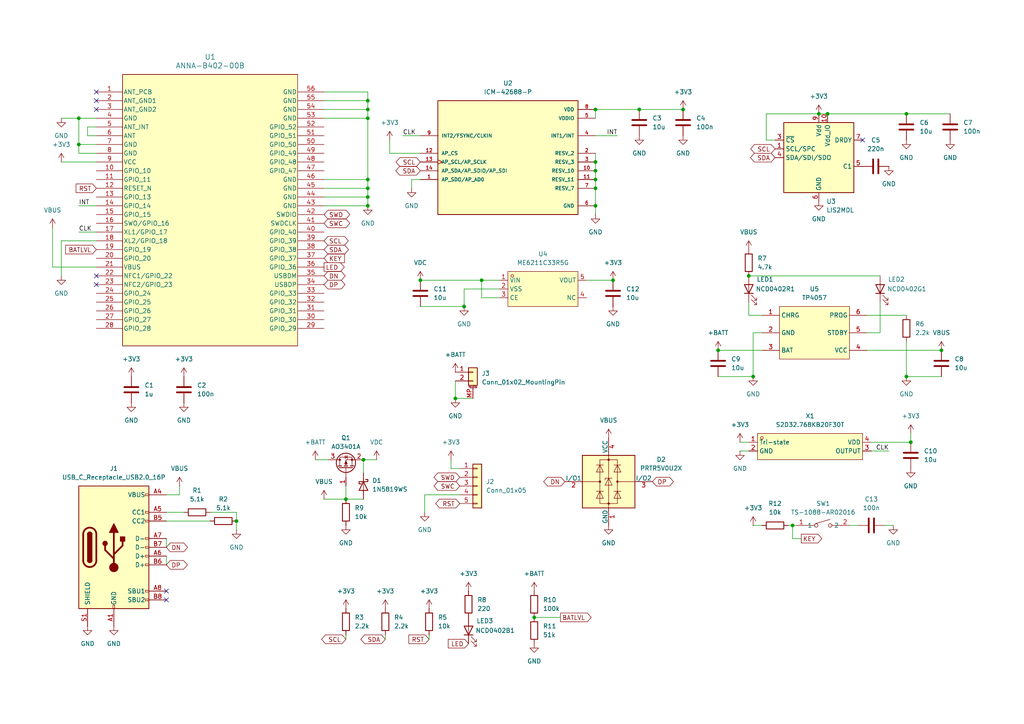
<source format=kicad_sch>
(kicad_sch (version 20231120) (generator "eeschema") (generator_version "8.0")
  (paper "A4")
  (lib_symbols
    (symbol "Connector:USB_C_Receptacle_USB2.0_16P" (pin_names (offset 1.016))
      (property "Reference" "J" (at 0 22.225 0))
      (property "Value" "USB_C_Receptacle_USB2.0_16P" (at 0 19.685 0))
      (symbol "USB_C_Receptacle_USB2.0_16P_1_1"
        (pin passive line (at 0 -22.86 90) (length 5.08) (name "GND") (number "A1"))
        (pin passive line (at 0 -22.86 90) (length 5.08) hide (name "GND") (number "A12"))
        (pin passive line (at 15.24 15.24 180) (length 5.08) (name "VBUS") (number "A4"))
        (pin bidirectional line (at 15.24 10.16 180) (length 5.08) (name "CC1") (number "A5"))
        (pin bidirectional line (at 15.24 -2.54 180) (length 5.08) (name "D+") (number "A6"))
        (pin bidirectional line (at 15.24 2.54 180) (length 5.08) (name "D-") (number "A7"))
        (pin bidirectional line (at 15.24 -12.7 180) (length 5.08) (name "SBU1") (number "A8"))
        (pin passive line (at 15.24 15.24 180) (length 5.08) hide (name "VBUS") (number "A9"))
        (pin passive line (at 0 -22.86 90) (length 5.08) hide (name "GND") (number "B1"))
        (pin passive line (at 0 -22.86 90) (length 5.08) hide (name "GND") (number "B12"))
        (pin passive line (at 15.24 15.24 180) (length 5.08) hide (name "VBUS") (number "B4"))
        (pin bidirectional line (at 15.24 7.62 180) (length 5.08) (name "CC2") (number "B5"))
        (pin bidirectional line (at 15.24 -5.08 180) (length 5.08) (name "D+") (number "B6"))
        (pin bidirectional line (at 15.24 0 180) (length 5.08) (name "D-") (number "B7"))
        (pin bidirectional line (at 15.24 -15.24 180) (length 5.08) (name "SBU2") (number "B8"))
        (pin passive line (at 15.24 15.24 180) (length 5.08) hide (name "VBUS") (number "B9"))
        (pin passive line (at -7.62 -22.86 90) (length 5.08) (name "SHIELD") (number "S1"))
      )
    )
    (symbol "Connector_Generic:Conn_01x05" (pin_names (offset 1.016) hide)
      (property "Reference" "J" (at 0 7.62 0))
      (property "Value" "Conn_01x05" (at 0 -7.62 0))
      (symbol "Conn_01x05_1_1"
        (pin passive line (at -5.08 5.08 0) (length 3.81) (name "Pin_1") (number "1"))
        (pin passive line (at -5.08 2.54 0) (length 3.81) (name "Pin_2") (number "2"))
        (pin passive line (at -5.08 0 0) (length 3.81) (name "Pin_3") (number "3"))
        (pin passive line (at -5.08 -2.54 0) (length 3.81) (name "Pin_4") (number "4"))
        (pin passive line (at -5.08 -5.08 0) (length 3.81) (name "Pin_5") (number "5"))
      )
    )
    (symbol "Connector_Generic_MountingPin:Conn_01x02_MountingPin" (pin_names (offset 1.016) hide)
      (property "Reference" "J" (at 0 2.54 0))
      (property "Value" "Conn_01x02_MountingPin" (at 1.27 -5.08 0))
      (symbol "Conn_01x02_MountingPin_1_1"
        (text "Mounting" (at 0 -4.191 0) (effects (font (size 0.381 0.381))))
        (pin passive line (at -5.08 0 0) (length 3.81) (name "Pin_1") (number "1"))
        (pin passive line (at -5.08 -2.54 0) (length 3.81) (name "Pin_2") (number "2"))
        (pin passive line (at 0 -7.62 90) (length 3.048) (name "MountPin") (number "MP"))
      )
    )
    (symbol "Device:C" (pin_numbers hide) (pin_names (offset 0.254))
      (property "Reference" "C" (at 0.635 2.54 0))
      (property "Value" "C" (at 0.635 -2.54 0))
      (symbol "C_1_1"
        (pin passive line (at 0 3.81 270) (length 2.794) (name "~") (number "1"))
        (pin passive line (at 0 -3.81 90) (length 2.794) (name "~") (number "2"))
      )
    )
    (symbol "Device:LED" (pin_numbers hide) (pin_names (offset 1.016) hide)
      (property "Reference" "D" (at 0 2.54 0))
      (property "Value" "LED" (at 0 -2.54 0))
      (symbol "LED_1_1"
        (pin passive line (at -3.81 0 0) (length 2.54) (name "K") (number "1"))
        (pin passive line (at 3.81 0 180) (length 2.54) (name "A") (number "2"))
      )
    )
    (symbol "Device:R" (pin_numbers hide) (pin_names (offset 0))
      (property "Reference" "R" (at 2.032 0 90))
      (property "Value" "R" (at 0 0 90))
      (symbol "R_1_1"
        (pin passive line (at 0 3.81 270) (length 1.27) (name "~") (number "1"))
        (pin passive line (at 0 -3.81 90) (length 1.27) (name "~") (number "2"))
      )
    )
    (symbol "Diode:1N5819WS" (pin_numbers hide) (pin_names (offset 1.016) hide)
      (property "Reference" "D" (at 0 2.54 0))
      (property "Value" "1N5819WS" (at 0 -2.54 0))
      (symbol "1N5819WS_1_1"
        (pin passive line (at -3.81 0 0) (length 2.54) (name "K") (number "1"))
        (pin passive line (at 3.81 0 180) (length 2.54) (name "A") (number "2"))
      )
    )
    (symbol "ICM-42688-P:ICM-42688-P" (pin_names (offset 1.016))
      (property "Reference" "U" (at -20.32 16.002 0))
      (property "Value" "ICM-42688-P" (at -20.32 -20.32 0))
      (symbol "ICM-42688-P_0_0"
        (pin bidirectional line (at -25.4 -7.62 0) (length 5.08) (name "AP_SDO/AP_AD0") (number "1"))
        (pin passive line (at 25.4 -5.08 180) (length 5.08) (name "RESV_10") (number "10"))
        (pin passive line (at 25.4 -7.62 180) (length 5.08) (name "RESV_11") (number "11"))
        (pin input line (at -25.4 0 0) (length 5.08) (name "AP_CS") (number "12"))
        (pin input clock (at -25.4 -2.54 0) (length 5.08) (name "AP_SCL/AP_SCLK") (number "13"))
        (pin bidirectional line (at -25.4 -5.08 0) (length 5.08) (name "AP_SDA/AP_SDIO/AP_SDI") (number "14"))
        (pin passive line (at 25.4 0 180) (length 5.08) (name "RESV_2") (number "2"))
        (pin passive line (at 25.4 -2.54 180) (length 5.08) (name "RESV_3") (number "3"))
        (pin output line (at 25.4 5.08 180) (length 5.08) (name "INT1/INT") (number "4"))
        (pin power_in line (at 25.4 10.16 180) (length 5.08) (name "VDDIO") (number "5"))
        (pin power_in line (at 25.4 -15.24 180) (length 5.08) (name "GND") (number "6"))
        (pin passive line (at 25.4 -10.16 180) (length 5.08) (name "RESV_7") (number "7"))
        (pin power_in line (at 25.4 12.7 180) (length 5.08) (name "VDD") (number "8"))
        (pin bidirectional line (at -25.4 5.08 0) (length 5.08) (name "INT2/FSYNC/CLKIN") (number "9"))
      )
    )
    (symbol "Power_Protection:PRTR5V0U2X" (pin_names (offset 0))
      (property "Reference" "D" (at 2.794 8.636 0))
      (property "Value" "PRTR5V0U2X" (at 8.128 -9.398 0))
      (symbol "PRTR5V0U2X_1_1"
        (pin passive line (at 0 -12.7 90) (length 5.08) (name "GND") (number "1"))
        (pin passive line (at -12.7 0 0) (length 5.08) (name "I/O1") (number "2"))
        (pin passive line (at 12.7 0 180) (length 5.08) (name "I/O2") (number "3"))
        (pin passive line (at 0 12.7 270) (length 5.08) (name "VCC") (number "4"))
      )
    )
    (symbol "Sensor_Magnetic:LIS2MDL"
      (property "Reference" "U" (at -8.89 11.43 0))
      (property "Value" "LIS2MDL" (at 7.62 11.43 0))
      (symbol "LIS2MDL_1_1"
        (pin input line (at -12.7 2.54 0) (length 2.54) (name "SCL/SPC") (number "1"))
        (pin power_in line (at 2.54 12.7 270) (length 2.54) (name "Vdd_IO") (number "10"))
        (pin no_connect line (at -10.16 -7.62 0) (length 2.54) hide (name "NC") (number "11"))
        (pin no_connect line (at 10.16 -7.62 180) (length 2.54) hide (name "NC") (number "12"))
        (pin no_connect line (at -10.16 -5.08 0) (length 2.54) hide (name "NC") (number "2"))
        (pin input line (at -12.7 5.08 0) (length 2.54) (name "~{CS}") (number "3"))
        (pin bidirectional line (at -12.7 0 0) (length 2.54) (name "SDA/SDI/SDO") (number "4"))
        (pin power_out line (at 12.7 -2.54 180) (length 2.54) (name "C1") (number "5"))
        (pin power_in line (at 0 -12.7 90) (length 2.54) (name "GND") (number "6"))
        (pin output line (at 12.7 5.08 180) (length 2.54) (name "DRDY") (number "7"))
        (pin passive line (at 0 -12.7 90) (length 2.54) hide (name "GND") (number "8"))
        (pin power_in line (at 0 12.7 270) (length 2.54) (name "Vdd") (number "9"))
      )
    )
    (symbol "Transistor_FET:AO3401A" (pin_names hide)
      (property "Reference" "Q" (at 5.08 1.905 0))
      (property "Value" "AO3401A" (at 5.08 0 0))
      (symbol "AO3401A_1_1"
        (pin input line (at -5.08 0 0) (length 2.54) (name "G") (number "1"))
        (pin passive line (at 2.54 -5.08 90) (length 2.54) (name "S") (number "2"))
        (pin passive line (at 2.54 5.08 270) (length 2.54) (name "D") (number "3"))
      )
    )
    (symbol "b402:ANNA-B402-00B" (pin_names (offset 0.254))
      (property "Reference" "U1" (at 33.02 10.16 0))
      (property "Value" "ANNA-B402-00B" (at 33.02 7.62 0))
      (symbol "ANNA-B402-00B_0_1"
        (pin unspecified line (at 0 0 0) (length 7.62) (name "ANT_PCB") (number "1"))
        (pin bidirectional line (at 0 -22.86 0) (length 7.62) (name "GPIO_10") (number "10"))
        (pin bidirectional line (at 0 -25.4 0) (length 7.62) (name "GPIO_11") (number "11"))
        (pin input line (at 0 -27.94 0) (length 7.62) (name "RESET_N") (number "12"))
        (pin bidirectional line (at 0 -30.48 0) (length 7.62) (name "GPIO_13") (number "13"))
        (pin bidirectional line (at 0 -33.02 0) (length 7.62) (name "GPIO_14") (number "14"))
        (pin bidirectional line (at 0 -35.56 0) (length 7.62) (name "GPIO_15") (number "15"))
        (pin bidirectional line (at 0 -38.1 0) (length 7.62) (name "SWO/GPIO_16") (number "16"))
        (pin bidirectional line (at 0 -40.64 0) (length 7.62) (name "XL1/GPIO_17") (number "17"))
        (pin bidirectional line (at 0 -43.18 0) (length 7.62) (name "XL2/GPIO_18") (number "18"))
        (pin bidirectional line (at 0 -45.72 0) (length 7.62) (name "GPIO_19") (number "19"))
        (pin power_out line (at 0 -2.54 0) (length 7.62) (name "ANT_GND1") (number "2"))
        (pin bidirectional line (at 0 -48.26 0) (length 7.62) (name "GPIO_20") (number "20"))
        (pin power_in line (at 0 -50.8 0) (length 7.62) (name "VBUS") (number "21"))
        (pin bidirectional line (at 0 -53.34 0) (length 7.62) (name "NFC1/GPIO_22") (number "22"))
        (pin bidirectional line (at 0 -55.88 0) (length 7.62) (name "NFC2/GPIO_23") (number "23"))
        (pin bidirectional line (at 0 -58.42 0) (length 7.62) (name "GPIO_24") (number "24"))
        (pin bidirectional line (at 0 -60.96 0) (length 7.62) (name "GPIO_25") (number "25"))
        (pin bidirectional line (at 0 -63.5 0) (length 7.62) (name "GPIO_26") (number "26"))
        (pin bidirectional line (at 0 -66.04 0) (length 7.62) (name "GPIO_27") (number "27"))
        (pin bidirectional line (at 0 -68.58 0) (length 7.62) (name "GPIO_28") (number "28"))
        (pin bidirectional line (at 66.04 -68.58 180) (length 7.62) (name "GPIO_29") (number "29"))
        (pin power_out line (at 0 -5.08 0) (length 7.62) (name "ANT_GND2") (number "3"))
        (pin bidirectional line (at 66.04 -66.04 180) (length 7.62) (name "GPIO_30") (number "30"))
        (pin bidirectional line (at 66.04 -63.5 180) (length 7.62) (name "GPIO_31") (number "31"))
        (pin bidirectional line (at 66.04 -60.96 180) (length 7.62) (name "GPIO_32") (number "32"))
        (pin bidirectional line (at 66.04 -58.42 180) (length 7.62) (name "GPIO_33") (number "33"))
        (pin bidirectional line (at 66.04 -55.88 180) (length 7.62) (name "USBDP") (number "34"))
        (pin bidirectional line (at 66.04 -53.34 180) (length 7.62) (name "USBDM") (number "35"))
        (pin bidirectional line (at 66.04 -50.8 180) (length 7.62) (name "GPIO_36") (number "36"))
        (pin bidirectional line (at 66.04 -48.26 180) (length 7.62) (name "GPIO_37") (number "37"))
        (pin bidirectional line (at 66.04 -45.72 180) (length 7.62) (name "GPIO_38") (number "38"))
        (pin bidirectional line (at 66.04 -43.18 180) (length 7.62) (name "GPIO_39") (number "39"))
        (pin power_out line (at 0 -7.62 0) (length 7.62) (name "GND") (number "4"))
        (pin bidirectional line (at 66.04 -40.64 180) (length 7.62) (name "GPIO_40") (number "40"))
        (pin input line (at 66.04 -38.1 180) (length 7.62) (name "SWDCLK") (number "41"))
        (pin bidirectional line (at 66.04 -35.56 180) (length 7.62) (name "SWDIO") (number "42"))
        (pin power_out line (at 66.04 -33.02 180) (length 7.62) (name "GND") (number "43"))
        (pin power_out line (at 66.04 -30.48 180) (length 7.62) (name "GND") (number "44"))
        (pin power_out line (at 66.04 -27.94 180) (length 7.62) (name "GND") (number "45"))
        (pin power_out line (at 66.04 -25.4 180) (length 7.62) (name "GND") (number "46"))
        (pin bidirectional line (at 66.04 -22.86 180) (length 7.62) (name "GPIO_47") (number "47"))
        (pin bidirectional line (at 66.04 -20.32 180) (length 7.62) (name "GPIO_48") (number "48"))
        (pin bidirectional line (at 66.04 -17.78 180) (length 7.62) (name "GPIO_49") (number "49"))
        (pin unspecified line (at 0 -10.16 0) (length 7.62) (name "ANT_INT") (number "5"))
        (pin bidirectional line (at 66.04 -15.24 180) (length 7.62) (name "GPIO_50") (number "50"))
        (pin bidirectional line (at 66.04 -12.7 180) (length 7.62) (name "GPIO_51") (number "51"))
        (pin bidirectional line (at 66.04 -10.16 180) (length 7.62) (name "GPIO_52") (number "52"))
        (pin power_out line (at 66.04 -7.62 180) (length 7.62) (name "GND") (number "53"))
        (pin power_out line (at 66.04 -5.08 180) (length 7.62) (name "GND") (number "54"))
        (pin power_out line (at 66.04 -2.54 180) (length 7.62) (name "GND") (number "55"))
        (pin power_out line (at 66.04 0 180) (length 7.62) (name "GND") (number "56"))
        (pin unspecified line (at 0 -12.7 0) (length 7.62) (name "ANT") (number "6"))
        (pin power_out line (at 0 -15.24 0) (length 7.62) (name "GND") (number "7"))
        (pin power_out line (at 0 -17.78 0) (length 7.62) (name "GND") (number "8"))
        (pin power_in line (at 0 -20.32 0) (length 7.62) (name "VCC") (number "9"))
      )
    )
    (symbol "nrfslime:ME6211C33R5G"
      (property "Reference" "U" (at 0 7.62 0))
      (property "Value" "ME6211C33R5G" (at 0 -7.62 0))
      (symbol "ME6211C33R5G_0_1"
        (pin unspecified line (at -2.54 2.54 0) (length 2.54) (name "VIN") (number "1"))
        (pin unspecified line (at -2.54 0 0) (length 2.54) (name "VSS") (number "2"))
        (pin unspecified line (at -2.54 -2.54 0) (length 2.54) (name "CE") (number "3"))
        (pin unspecified line (at 22.86 -2.54 180) (length 2.54) (name "NC") (number "4"))
        (pin unspecified line (at 22.86 2.54 180) (length 2.54) (name "VOUT") (number "5"))
      )
    )
    (symbol "nrfslime:S2D32.768KB20F30T"
      (property "Reference" "X" (at 0 6.35 0))
      (property "Value" "S2D32.768KB20F30T" (at 0 -6.35 0))
      (symbol "S2D32.768KB20F30T_0_1"
        (pin unspecified line (at -17.78 1.27 0) (length 2.54) (name "Tri-state") (number "1"))
        (pin unspecified line (at -17.78 -1.27 0) (length 2.54) (name "GND") (number "2"))
        (pin unspecified line (at 17.78 -1.27 180) (length 2.54) (name "OUTPUT") (number "3"))
        (pin unspecified line (at 17.78 1.27 180) (length 2.54) (name "VDD") (number "4"))
      )
    )
    (symbol "nrfslime:TP4057"
      (property "Reference" "U" (at 0 10.16 0))
      (property "Value" "TP4057" (at 0 -10.16 0))
      (symbol "TP4057_0_1"
        (pin unspecified line (at -15.24 5.08 0) (length 5.08) (name "CHRG") (number "1"))
        (pin unspecified line (at -15.24 0 0) (length 5.08) (name "GND") (number "2"))
        (pin unspecified line (at -15.24 -5.08 0) (length 5.08) (name "BAT") (number "3"))
        (pin unspecified line (at 15.24 -5.08 180) (length 5.08) (name "VCC") (number "4"))
        (pin unspecified line (at 15.24 0 180) (length 5.08) (name "STDBY") (number "5"))
        (pin unspecified line (at 15.24 5.08 180) (length 5.08) (name "PROG") (number "6"))
      )
    )
    (symbol "nrfslime:TS-1088-AR02016"
      (property "Reference" "SW" (at 0 5.08 0))
      (property "Value" "TS-1088-AR02016" (at 0 -5.08 0))
      (symbol "TS-1088-AR02016_0_1"
        (pin unspecified line (at -7.62 0 0) (length 2.54) (name "1") (number "1"))
        (pin unspecified line (at 7.62 0 180) (length 2.54) (name "2") (number "2"))
      )
    )
    (symbol "power:+3V3" (power) (pin_numbers hide) (pin_names (offset 0) hide)
      (property "Value" "+3V3" (at 0 3.556 0))
      (symbol "+3V3_1_1"
        (pin power_in line (at 0 0 90) (length 0) (name "~") (number "1"))
      )
    )
    (symbol "power:+BATT" (power) (pin_numbers hide) (pin_names (offset 0) hide)
      (property "Value" "+BATT" (at 0 3.556 0))
      (symbol "+BATT_1_1"
        (pin power_in line (at 0 0 90) (length 0) (name "~") (number "1"))
      )
    )
    (symbol "power:GND" (power) (pin_numbers hide) (pin_names (offset 0) hide)
      (property "Value" "GND" (at 0 -3.81 0))
      (symbol "GND_1_1"
        (pin power_in line (at 0 0 270) (length 0) (name "~") (number "1"))
      )
    )
    (symbol "power:VBUS" (power) (pin_numbers hide) (pin_names (offset 0) hide)
      (property "Value" "VBUS" (at 0 3.556 0))
      (symbol "VBUS_1_1"
        (pin power_in line (at 0 0 90) (length 0) (name "~") (number "1"))
      )
    )
    (symbol "power:VDC" (power) (pin_numbers hide) (pin_names (offset 0) hide)
      (property "Value" "VDC" (at 0 3.556 0))
      (symbol "VDC_1_1"
        (pin power_in line (at 0 0 90) (length 0) (name "~") (number "1"))
      )
    )
  )
  (junction (at 105.41 133.35))
  (junction (at 237.49 33.02))
  (junction (at 218.44 109.22))
  (junction (at 208.28 101.6))
  (junction (at 177.8 81.28))
  (junction (at 106.68 31.75))
  (junction (at 106.68 34.29))
  (junction (at 262.89 109.22))
  (junction (at 172.72 59.69))
  (junction (at 240.03 33.02))
  (junction (at 172.72 31.75))
  (junction (at 273.05 101.6))
  (junction (at 121.92 81.28))
  (junction (at 185.42 31.75))
  (junction (at 262.89 33.02))
  (junction (at 217.17 80.01))
  (junction (at 172.72 49.53))
  (junction (at 106.68 54.61))
  (junction (at 134.62 88.9))
  (junction (at 172.72 46.99))
  (junction (at 22.86 34.29))
  (junction (at 106.68 59.69))
  (junction (at 68.58 151.13))
  (junction (at 229.87 152.4))
  (junction (at 139.7 81.28))
  (junction (at 100.33 144.78))
  (junction (at 106.68 29.21))
  (junction (at 132.08 115.57))
  (junction (at 106.68 52.07))
  (junction (at 106.68 57.15))
  (junction (at 154.94 179.07))
  (junction (at 198.12 31.75))
  (junction (at 22.86 41.91))
  (junction (at 172.72 54.61))
  (junction (at 264.16 128.27))
  (junction (at 172.72 52.07))
  (no_connect (at 48.26 173.99))
  (no_connect (at 27.94 31.75))
  (no_connect (at 27.94 29.21))
  (no_connect (at 250.19 40.64))
  (no_connect (at 48.26 171.45))
  (no_connect (at 27.94 26.67))
  (no_connect (at 27.94 80.01))
  (no_connect (at 27.94 82.55))
  (wire (pts (xy 116.84 39.37) (xy 121.92 39.37)))
  (wire (pts (xy 154.94 179.07) (xy 162.56 179.07)))
  (wire (pts (xy 139.7 86.36) (xy 144.78 86.36)))
  (wire (pts (xy 217.17 80.01) (xy 255.27 80.01)))
  (wire (pts (xy 144.78 83.82) (xy 134.62 83.82)))
  (wire (pts (xy 119.38 52.07) (xy 119.38 54.61)))
  (wire (pts (xy 217.17 91.44) (xy 220.98 91.44)))
  (wire (pts (xy 170.18 81.28) (xy 177.8 81.28)))
  (wire (pts (xy 172.72 44.45) (xy 172.72 46.99)))
  (wire (pts (xy 222.25 33.02) (xy 222.25 40.64)))
  (wire (pts (xy 217.17 87.63) (xy 217.17 91.44)))
  (wire (pts (xy 25.4 36.83) (xy 27.94 36.83)))
  (wire (pts (xy 25.4 39.37) (xy 25.4 36.83)))
  (wire (pts (xy 208.28 101.6) (xy 220.98 101.6)))
  (wire (pts (xy 172.72 31.75) (xy 185.42 31.75)))
  (wire (pts (xy 134.62 83.82) (xy 134.62 88.9)))
  (wire (pts (xy 60.96 148.59) (xy 68.58 148.59)))
  (wire (pts (xy 229.87 156.21) (xy 232.41 156.21)))
  (wire (pts (xy 240.03 33.02) (xy 262.89 33.02)))
  (wire (pts (xy 93.98 59.69) (xy 106.68 59.69)))
  (wire (pts (xy 15.24 66.04) (xy 15.24 77.47)))
  (wire (pts (xy 139.7 81.28) (xy 144.78 81.28)))
  (wire (pts (xy 91.44 133.35) (xy 95.25 133.35)))
  (wire (pts (xy 172.72 54.61) (xy 172.72 59.69)))
  (wire (pts (xy 237.49 33.02) (xy 240.03 33.02)))
  (wire (pts (xy 229.87 152.4) (xy 229.87 156.21)))
  (wire (pts (xy 132.08 115.57) (xy 137.16 115.57)))
  (wire (pts (xy 106.68 57.15) (xy 93.98 57.15)))
  (wire (pts (xy 27.94 39.37) (xy 25.4 39.37)))
  (wire (pts (xy 121.92 52.07) (xy 119.38 52.07)))
  (wire (pts (xy 106.68 31.75) (xy 106.68 34.29)))
  (wire (pts (xy 134.62 88.9) (xy 121.92 88.9)))
  (wire (pts (xy 106.68 54.61) (xy 106.68 57.15)))
  (wire (pts (xy 172.72 34.29) (xy 172.72 31.75)))
  (wire (pts (xy 218.44 96.52) (xy 220.98 96.52)))
  (wire (pts (xy 262.89 109.22) (xy 273.05 109.22)))
  (wire (pts (xy 27.94 44.45) (xy 22.86 44.45)))
  (wire (pts (xy 106.68 29.21) (xy 106.68 31.75)))
  (wire (pts (xy 214.63 128.27) (xy 217.17 128.27)))
  (wire (pts (xy 17.78 69.85) (xy 17.78 80.01)))
  (wire (pts (xy 172.72 46.99) (xy 172.72 49.53)))
  (wire (pts (xy 52.07 143.51) (xy 48.26 143.51)))
  (wire (pts (xy 228.6 152.4) (xy 229.87 152.4)))
  (wire (pts (xy 123.19 148.59) (xy 123.19 143.51)))
  (wire (pts (xy 111.76 184.15) (xy 111.76 185.42)))
  (wire (pts (xy 237.49 33.02) (xy 222.25 33.02)))
  (wire (pts (xy 106.68 59.69) (xy 106.68 57.15)))
  (wire (pts (xy 256.54 152.4) (xy 259.08 152.4)))
  (wire (pts (xy 252.73 130.81) (xy 257.81 130.81)))
  (wire (pts (xy 262.89 91.44) (xy 251.46 91.44)))
  (wire (pts (xy 105.41 133.35) (xy 105.41 137.16)))
  (wire (pts (xy 133.35 135.89) (xy 130.81 135.89)))
  (wire (pts (xy 100.33 144.78) (xy 93.98 144.78)))
  (wire (pts (xy 262.89 109.22) (xy 262.89 99.06)))
  (wire (pts (xy 48.26 148.59) (xy 53.34 148.59)))
  (wire (pts (xy 68.58 151.13) (xy 68.58 153.67)))
  (wire (pts (xy 123.19 143.51) (xy 133.35 143.51)))
  (wire (pts (xy 132.08 110.49) (xy 132.08 115.57)))
  (wire (pts (xy 113.03 44.45) (xy 121.92 44.45)))
  (wire (pts (xy 185.42 31.75) (xy 198.12 31.75)))
  (wire (pts (xy 22.86 67.31) (xy 27.94 67.31)))
  (wire (pts (xy 218.44 152.4) (xy 220.98 152.4)))
  (wire (pts (xy 113.03 40.64) (xy 113.03 44.45)))
  (wire (pts (xy 48.26 161.29) (xy 48.26 163.83)))
  (wire (pts (xy 222.25 40.64) (xy 224.79 40.64)))
  (wire (pts (xy 52.07 140.97) (xy 52.07 143.51)))
  (wire (pts (xy 172.72 59.69) (xy 172.72 62.23)))
  (wire (pts (xy 255.27 96.52) (xy 251.46 96.52)))
  (wire (pts (xy 93.98 29.21) (xy 106.68 29.21)))
  (wire (pts (xy 106.68 34.29) (xy 106.68 52.07)))
  (wire (pts (xy 255.27 87.63) (xy 255.27 96.52)))
  (wire (pts (xy 105.41 133.35) (xy 109.22 133.35)))
  (wire (pts (xy 22.86 59.69) (xy 27.94 59.69)))
  (wire (pts (xy 218.44 109.22) (xy 218.44 96.52)))
  (wire (pts (xy 208.28 109.22) (xy 218.44 109.22)))
  (wire (pts (xy 17.78 34.29) (xy 22.86 34.29)))
  (wire (pts (xy 93.98 52.07) (xy 106.68 52.07)))
  (wire (pts (xy 48.26 151.13) (xy 60.96 151.13)))
  (wire (pts (xy 130.81 133.35) (xy 130.81 135.89)))
  (wire (pts (xy 121.92 81.28) (xy 139.7 81.28)))
  (wire (pts (xy 93.98 31.75) (xy 106.68 31.75)))
  (wire (pts (xy 22.86 34.29) (xy 22.86 41.91)))
  (wire (pts (xy 68.58 148.59) (xy 68.58 151.13)))
  (wire (pts (xy 93.98 34.29) (xy 106.68 34.29)))
  (wire (pts (xy 93.98 26.67) (xy 106.68 26.67)))
  (wire (pts (xy 106.68 26.67) (xy 106.68 29.21)))
  (wire (pts (xy 93.98 54.61) (xy 106.68 54.61)))
  (wire (pts (xy 48.26 156.21) (xy 48.26 158.75)))
  (wire (pts (xy 229.87 152.4) (xy 231.14 152.4)))
  (wire (pts (xy 15.24 77.47) (xy 27.94 77.47)))
  (wire (pts (xy 172.72 52.07) (xy 172.72 54.61)))
  (wire (pts (xy 139.7 81.28) (xy 139.7 86.36)))
  (wire (pts (xy 251.46 101.6) (xy 273.05 101.6)))
  (wire (pts (xy 27.94 69.85) (xy 17.78 69.85)))
  (wire (pts (xy 27.94 34.29) (xy 22.86 34.29)))
  (wire (pts (xy 264.16 125.73) (xy 264.16 128.27)))
  (wire (pts (xy 262.89 33.02) (xy 275.59 33.02)))
  (wire (pts (xy 214.63 130.81) (xy 217.17 130.81)))
  (wire (pts (xy 124.46 184.15) (xy 124.46 185.42)))
  (wire (pts (xy 22.86 41.91) (xy 27.94 41.91)))
  (wire (pts (xy 17.78 46.99) (xy 27.94 46.99)))
  (wire (pts (xy 100.33 144.78) (xy 105.41 144.78)))
  (wire (pts (xy 246.38 152.4) (xy 248.92 152.4)))
  (wire (pts (xy 100.33 184.15) (xy 100.33 185.42)))
  (wire (pts (xy 172.72 49.53) (xy 172.72 52.07)))
  (wire (pts (xy 179.07 39.37) (xy 172.72 39.37)))
  (wire (pts (xy 100.33 140.97) (xy 100.33 144.78)))
  (wire (pts (xy 252.73 128.27) (xy 264.16 128.27)))
  (wire (pts (xy 106.68 52.07) (xy 106.68 54.61)))
  (wire (pts (xy 22.86 44.45) (xy 22.86 41.91)))
  (label "INT" (at 22.86 59.69 0))
  (label "CLK" (at 116.84 39.37 0))
  (label "INT" (at 179.07 39.37 180))
  (label "CLK" (at 22.86 67.31 0))
  (label "CLK" (at 257.81 130.81 180))
  (global_label "BATLVL" (shape input) (at 27.94 72.39 180) (property "Intersheetrefs" "${INTERSHEET_REFS}" (effects (hide yes))))
  (global_label "DP" (shape bidirectional) (at 93.98 82.55 0) (property "Intersheetrefs" "${INTERSHEET_REFS}" (effects (hide yes))))
  (global_label "RST" (shape input) (at 124.46 185.42 180) (property "Intersheetrefs" "${INTERSHEET_REFS}" (effects (hide yes))))
  (global_label "RST" (shape bidirectional) (at 133.35 146.05 180) (property "Intersheetrefs" "${INTERSHEET_REFS}" (effects (hide yes))))
  (global_label "SCL" (shape bidirectional) (at 121.92 46.99 180) (property "Intersheetrefs" "${INTERSHEET_REFS}" (effects (hide yes))))
  (global_label "SWD" (shape bidirectional) (at 133.35 138.43 180) (property "Intersheetrefs" "${INTERSHEET_REFS}" (effects (hide yes))))
  (global_label "LED" (shape input) (at 135.89 186.69 180) (property "Intersheetrefs" "${INTERSHEET_REFS}" (effects (hide yes))))
  (global_label "DN" (shape bidirectional) (at 163.83 139.7 180) (property "Intersheetrefs" "${INTERSHEET_REFS}" (effects (hide yes))))
  (global_label "SDA" (shape bidirectional) (at 121.92 49.53 180) (property "Intersheetrefs" "${INTERSHEET_REFS}" (effects (hide yes))))
  (global_label "SCL" (shape bidirectional) (at 100.33 185.42 180) (property "Intersheetrefs" "${INTERSHEET_REFS}" (effects (hide yes))))
  (global_label "SCL" (shape bidirectional) (at 93.98 69.85 0) (property "Intersheetrefs" "${INTERSHEET_REFS}" (effects (hide yes))))
  (global_label "LED" (shape output) (at 93.98 77.47 0) (property "Intersheetrefs" "${INTERSHEET_REFS}" (effects (hide yes))))
  (global_label "DN" (shape bidirectional) (at 48.26 158.75 0) (property "Intersheetrefs" "${INTERSHEET_REFS}" (effects (hide yes))))
  (global_label "SWC" (shape bidirectional) (at 93.98 64.77 0) (property "Intersheetrefs" "${INTERSHEET_REFS}" (effects (hide yes))))
  (global_label "DN" (shape bidirectional) (at 93.98 80.01 0) (property "Intersheetrefs" "${INTERSHEET_REFS}" (effects (hide yes))))
  (global_label "SDA" (shape bidirectional) (at 111.76 185.42 180) (property "Intersheetrefs" "${INTERSHEET_REFS}" (effects (hide yes))))
  (global_label "KEY" (shape output) (at 232.41 156.21 0) (property "Intersheetrefs" "${INTERSHEET_REFS}" (effects (hide yes))))
  (global_label "BATLVL" (shape output) (at 162.56 179.07 0) (property "Intersheetrefs" "${INTERSHEET_REFS}" (effects (hide yes))))
  (global_label "SDA" (shape bidirectional) (at 93.98 72.39 0) (property "Intersheetrefs" "${INTERSHEET_REFS}" (effects (hide yes))))
  (global_label "SCL" (shape bidirectional) (at 224.79 43.18 180) (property "Intersheetrefs" "${INTERSHEET_REFS}" (effects (hide yes))))
  (global_label "KEY" (shape input) (at 93.98 74.93 0) (property "Intersheetrefs" "${INTERSHEET_REFS}" (effects (hide yes))))
  (global_label "DP" (shape bidirectional) (at 189.23 139.7 0) (property "Intersheetrefs" "${INTERSHEET_REFS}" (effects (hide yes))))
  (global_label "RST" (shape input) (at 27.94 54.61 180) (property "Intersheetrefs" "${INTERSHEET_REFS}" (effects (hide yes))))
  (global_label "DP" (shape bidirectional) (at 48.26 163.83 0) (property "Intersheetrefs" "${INTERSHEET_REFS}" (effects (hide yes))))
  (global_label "SDA" (shape bidirectional) (at 224.79 45.72 180) (property "Intersheetrefs" "${INTERSHEET_REFS}" (effects (hide yes))))
  (global_label "SWC" (shape bidirectional) (at 133.35 140.97 180) (property "Intersheetrefs" "${INTERSHEET_REFS}" (effects (hide yes))))
  (global_label "SWD" (shape bidirectional) (at 93.98 62.23 0) (property "Intersheetrefs" "${INTERSHEET_REFS}" (effects (hide yes))))
  (symbol (lib_id "power:GND") (at 262.89 109.22 0) (unit 1)
    (property "Reference" "#PWR016" (effects (hide yes)))
    (property "Value" "GND" (at 262.89 114.3 0))
    (property "Description" "Power symbol creates a global label with name \"GND\" , ground" (effects (hide yes)))
  )
  (symbol (lib_id "power:+3V3") (at 111.76 176.53 0) (unit 1)
    (property "Reference" "#PWR09" (effects (hide yes)))
    (property "Value" "+3V3" (at 111.76 171.45 0))
    (property "Description" "Power symbol creates a global label with name \"+3V3\"" (effects (hide yes)))
  )
  (symbol (lib_id "power:GND") (at 237.49 58.42 0) (unit 1)
    (property "Reference" "#PWR041" (effects (hide yes)))
    (property "Value" "GND" (at 237.49 63.5 0))
    (property "Description" "Power symbol creates a global label with name \"GND\" , ground" (effects (hide yes)))
  )
  (symbol (lib_id "power:+3V3") (at 237.49 33.02 0) (unit 1)
    (property "Reference" "#PWR043" (effects (hide yes)))
    (property "Value" "+3V3" (at 237.49 27.94 0))
    (property "Description" "Power symbol creates a global label with name \"+3V3\"" (effects (hide yes)))
  )
  (symbol (lib_id "Device:C") (at 185.42 35.56 0) (unit 1)
    (property "Reference" "C3" (at 189.23 34.2899 0) (effects (justify left)))
    (property "Value" "10u" (at 189.23 36.8299 0) (effects (justify left)))
    (property "Footprint" "Capacitor_SMD:C_0402_1005Metric" (effects (hide yes)))
    (property "Description" "Unpolarized capacitor" (effects (hide yes)))
  )
  (symbol (lib_id "Device:LED") (at 217.17 83.82 90) (unit 1)
    (property "Reference" "LED1" (at 219.456 81.026 90) (effects (justify right)))
    (property "Value" "NCD0402R1" (at 219.202 83.82 90) (effects (justify right)))
    (property "Footprint" "LED_SMD:LED_0402_1005Metric" (effects (hide yes)))
    (property "Description" "Light emitting diode" (effects (hide yes)))
  )
  (symbol (lib_id "power:GND") (at 123.19 148.59 0) (unit 1)
    (property "Reference" "#PWR02" (effects (hide yes)))
    (property "Value" "GND" (at 123.19 153.67 0))
    (property "Description" "Power symbol creates a global label with name \"GND\" , ground" (effects (hide yes)))
  )
  (symbol (lib_id "power:+3V3") (at 53.34 109.22 0) (unit 1)
    (property "Reference" "#PWR032" (effects (hide yes)))
    (property "Value" "+3V3" (at 53.34 104.14 0))
    (property "Description" "Power symbol creates a global label with name \"+3V3\"" (effects (hide yes)))
  )
  (symbol (lib_id "power:GND") (at 177.8 88.9 0) (unit 1)
    (property "Reference" "#PWR020" (effects (hide yes)))
    (property "Value" "GND" (at 177.8 93.98 0))
    (property "Description" "Power symbol creates a global label with name \"GND\" , ground" (effects (hide yes)))
  )
  (symbol (lib_id "power:+3V3") (at 124.46 176.53 0) (unit 1)
    (property "Reference" "#PWR010" (effects (hide yes)))
    (property "Value" "+3V3" (at 124.46 171.45 0))
    (property "Description" "Power symbol creates a global label with name \"+3V3\"" (effects (hide yes)))
  )
  (symbol (lib_id "Device:C") (at 264.16 132.08 0) (unit 1)
    (property "Reference" "C10" (at 267.97 130.8099 0) (effects (justify left)))
    (property "Value" "10u" (at 267.97 133.3499 0) (effects (justify left)))
    (property "Footprint" "Capacitor_SMD:C_0402_1005Metric" (effects (hide yes)))
    (property "Description" "Unpolarized capacitor" (effects (hide yes)))
  )
  (symbol (lib_id "power:VBUS") (at 93.98 144.78 0) (unit 1)
    (property "Reference" "#PWR023" (effects (hide yes)))
    (property "Value" "VBUS" (at 93.98 139.7 0))
    (property "Description" "Power symbol creates a global label with name \"VBUS\"" (effects (hide yes)))
  )
  (symbol (lib_id "Device:R") (at 262.89 95.25 0) (unit 1)
    (property "Reference" "R6" (at 265.43 93.9799 0) (effects (justify left)))
    (property "Value" "2.2k" (at 265.43 96.5199 0) (effects (justify left)))
    (property "Footprint" "Resistor_SMD:R_0402_1005Metric" (effects (hide yes)))
    (property "Description" "Resistor" (effects (hide yes)))
  )
  (symbol (lib_id "power:+3V3") (at 218.44 152.4 0) (unit 1)
    (property "Reference" "#PWR048" (effects (hide yes)))
    (property "Value" "+3V3" (at 218.44 147.32 0))
    (property "Description" "Power symbol creates a global label with name \"+3V3\"" (effects (hide yes)))
  )
  (symbol (lib_id "Device:R") (at 217.17 76.2 0) (unit 1)
    (property "Reference" "R7" (at 219.71 74.9299 0) (effects (justify left)))
    (property "Value" "4.7k" (at 219.71 77.4699 0) (effects (justify left)))
    (property "Footprint" "Resistor_SMD:R_0402_1005Metric" (effects (hide yes)))
    (property "Description" "Resistor" (effects (hide yes)))
  )
  (symbol (lib_id "power:+3V3") (at 113.03 40.64 0) (unit 1)
    (property "Reference" "#PWR040" (effects (hide yes)))
    (property "Value" "+3V3" (at 113.03 35.56 0))
    (property "Description" "Power symbol creates a global label with name \"+3V3\"" (effects (hide yes)))
  )
  (symbol (lib_id "nrfslime:TP4057") (at 236.22 96.52 0) (unit 1)
    (property "Reference" "U5" (at 236.22 83.82 0))
    (property "Value" "TP4057" (at 236.22 86.36 0))
    (property "Footprint" "nrfslime:SOT-23-6_L2.9-W1.6-P0.95-LS2.8-BL" (effects (hide yes)))
    (property "Datasheet" "https://lcsc.com/product-detail/PMIC-Battery-Management_TP4057-1_C12044.html" (effects (hide yes)))
    (property "LCSC Part" "C12044" (effects (hide yes)))
  )
  (symbol (lib_id "Device:C") (at 254 48.26 90) (unit 1)
    (property "Reference" "C5" (at 254 40.64 90))
    (property "Value" "220n" (at 254 43.18 90))
    (property "Footprint" "Capacitor_SMD:C_0402_1005Metric" (effects (hide yes)))
    (property "Description" "Unpolarized capacitor" (effects (hide yes)))
  )
  (symbol (lib_id "Diode:1N5819WS") (at 105.41 140.97 270) (unit 1)
    (property "Reference" "D1" (at 107.95 139.3824 90) (effects (justify left)))
    (property "Value" "1N5819WS" (at 107.95 141.9224 90) (effects (justify left)))
    (property "Footprint" "Diode_SMD:D_SOD-323" (effects (hide yes)))
    (property "Datasheet" "https://datasheet.lcsc.com/lcsc/2204281430_Guangdong-Hottech-1N5819WS_C191023.pdf" (effects (hide yes)))
    (property "Description" "40V 600mV@1A 1A SOD-323 Schottky Barrier Diodes, SOD-323" (effects (hide yes)))
  )
  (symbol (lib_id "Device:C") (at 177.8 85.09 0) (unit 1)
    (property "Reference" "C12" (at 181.61 83.8199 0) (effects (justify left)))
    (property "Value" "10u" (at 181.61 86.3599 0) (effects (justify left)))
    (property "Footprint" "Capacitor_SMD:C_0402_1005Metric" (effects (hide yes)))
    (property "Description" "Unpolarized capacitor" (effects (hide yes)))
  )
  (symbol (lib_id "power:GND") (at 17.78 80.01 0) (unit 1)
    (property "Reference" "#PWR055" (effects (hide yes)))
    (property "Value" "GND" (at 17.78 85.09 0))
    (property "Description" "Power symbol creates a global label with name \"GND\" , ground" (effects (hide yes)))
  )
  (symbol (lib_id "Device:C") (at 262.89 36.83 0) (unit 1)
    (property "Reference" "C6" (at 266.7 35.5599 0) (effects (justify left)))
    (property "Value" "10u" (at 266.7 38.0999 0) (effects (justify left)))
    (property "Footprint" "Capacitor_SMD:C_0402_1005Metric" (effects (hide yes)))
    (property "Description" "Unpolarized capacitor" (effects (hide yes)))
  )
  (symbol (lib_id "power:+3V3") (at 264.16 125.73 0) (unit 1)
    (property "Reference" "#PWR011" (effects (hide yes)))
    (property "Value" "+3V3" (at 264.16 120.65 0))
    (property "Description" "Power symbol creates a global label with name \"+3V3\"" (effects (hide yes)))
  )
  (symbol (lib_id "power:GND") (at 257.81 48.26 0) (unit 1)
    (property "Reference" "#PWR042" (effects (hide yes)))
    (property "Value" "GND" (at 257.81 53.34 0))
    (property "Description" "Power symbol creates a global label with name \"GND\" , ground" (effects (hide yes)))
  )
  (symbol (lib_id "Device:LED") (at 255.27 83.82 90) (unit 1)
    (property "Reference" "LED2" (at 257.556 81.026 90) (effects (justify right)))
    (property "Value" "NCD0402G1" (at 257.302 83.82 90) (effects (justify right)))
    (property "Footprint" "LED_SMD:LED_0402_1005Metric" (effects (hide yes)))
    (property "Description" "Light emitting diode" (effects (hide yes)))
  )
  (symbol (lib_id "power:+3V3") (at 198.12 31.75 0) (unit 1)
    (property "Reference" "#PWR036" (effects (hide yes)))
    (property "Value" "+3V3" (at 198.12 26.67 0))
    (property "Description" "Power symbol creates a global label with name \"+3V3\"" (effects (hide yes)))
  )
  (symbol (lib_id "Device:R") (at 154.94 175.26 0) (unit 1)
    (property "Reference" "R10" (at 157.48 173.9899 0) (effects (justify left)))
    (property "Value" "100k" (at 157.48 176.5299 0) (effects (justify left)))
    (property "Footprint" "Resistor_SMD:R_0402_1005Metric" (effects (hide yes)))
    (property "Description" "Resistor" (effects (hide yes)))
  )
  (symbol (lib_id "power:GND") (at 100.33 152.4 0) (unit 1)
    (property "Reference" "#PWR024" (effects (hide yes)))
    (property "Value" "GND" (at 100.33 157.48 0))
    (property "Description" "Power symbol creates a global label with name \"GND\" , ground" (effects (hide yes)))
  )
  (symbol (lib_id "power:GND") (at 33.02 181.61 0) (unit 1)
    (property "Reference" "#PWR05" (effects (hide yes)))
    (property "Value" "GND" (at 33.02 186.69 0))
    (property "Description" "Power symbol creates a global label with name \"GND\" , ground" (effects (hide yes)))
  )
  (symbol (lib_id "Device:R") (at 111.76 180.34 0) (unit 1)
    (property "Reference" "R4" (at 114.3 179.0699 0) (effects (justify left)))
    (property "Value" "2.2k" (at 114.3 181.6099 0) (effects (justify left)))
    (property "Footprint" "Resistor_SMD:R_0402_1005Metric" (effects (hide yes)))
    (property "Description" "Resistor" (effects (hide yes)))
  )
  (symbol (lib_id "power:GND") (at 176.53 152.4 0) (unit 1)
    (property "Reference" "#PWR051" (effects (hide yes)))
    (property "Value" "GND" (at 176.53 157.48 0))
    (property "Description" "Power symbol creates a global label with name \"GND\" , ground" (effects (hide yes)))
  )
  (symbol (lib_id "Device:R") (at 64.77 151.13 90) (unit 1)
    (property "Reference" "R2" (at 64.77 144.78 90))
    (property "Value" "5.1k" (at 64.77 147.32 90))
    (property "Footprint" "Resistor_SMD:R_0402_1005Metric" (effects (hide yes)))
    (property "Description" "Resistor" (effects (hide yes)))
  )
  (symbol (lib_id "power:+BATT") (at 208.28 101.6 0) (unit 1)
    (property "Reference" "#PWR015" (effects (hide yes)))
    (property "Value" "+BATT" (at 208.28 96.52 0))
    (property "Description" "Power symbol creates a global label with name \"+BATT\"" (effects (hide yes)))
  )
  (symbol (lib_id "nrfslime:ME6211C33R5G") (at 147.32 83.82 0) (unit 1)
    (property "Reference" "U4" (at 157.48 73.66 0))
    (property "Value" "ME6211C33R5G" (at 157.48 76.2 0))
    (property "Footprint" "nrfslime:SOT-353_L2.1-W1.3-P0.65-LS2.3-BL" (effects (hide yes)))
    (property "Datasheet" "https://lcsc.com/product-detail/Others_Nanjing-Micro-One-Elec-ME6211C33R5G_C235316.html" (effects (hide yes)))
    (property "LCSC Part" "C235316" (effects (hide yes)))
  )
  (symbol (lib_id "power:GND") (at 25.4 181.61 0) (unit 1)
    (property "Reference" "#PWR04" (effects (hide yes)))
    (property "Value" "GND" (at 25.4 186.69 0))
    (property "Description" "Power symbol creates a global label with name \"GND\" , ground" (effects (hide yes)))
  )
  (symbol (lib_id "Device:R") (at 100.33 180.34 0) (unit 1)
    (property "Reference" "R3" (at 102.87 179.0699 0) (effects (justify left)))
    (property "Value" "2.2k" (at 102.87 181.6099 0) (effects (justify left)))
    (property "Footprint" "Resistor_SMD:R_0402_1005Metric" (effects (hide yes)))
    (property "Description" "Resistor" (effects (hide yes)))
  )
  (symbol (lib_id "Connector_Generic_MountingPin:Conn_01x02_MountingPin") (at 137.16 107.95 0) (unit 1)
    (property "Reference" "J3" (at 139.7 108.3055 0) (effects (justify left)))
    (property "Value" "Conn_01x02_MountingPin" (at 139.7 110.8455 0) (effects (justify left)))
    (property "Footprint" "Connector_Molex:Molex_PicoBlade_53261-0271_1x02-1MP_P1.25mm_Horizontal" (effects (hide yes)))
    (property "Description" "Generic connectable mounting pin connector, single row, 01x02, script generated (kicad-library-utils/schlib/autogen/connector/)" (effects (hide yes)))
  )
  (symbol (lib_id "power:GND") (at 17.78 34.29 0) (unit 1)
    (property "Reference" "#PWR029" (effects (hide yes)))
    (property "Value" "GND" (at 17.78 39.37 0))
    (property "Description" "Power symbol creates a global label with name \"GND\" , ground" (effects (hide yes)))
  )
  (symbol (lib_id "power:VDC") (at 121.92 81.28 0) (unit 1)
    (property "Reference" "#PWR026" (effects (hide yes)))
    (property "Value" "VDC" (at 121.92 76.2 0))
    (property "Description" "Power symbol creates a global label with name \"VDC\"" (effects (hide yes)))
  )
  (symbol (lib_id "power:+3V3") (at 17.78 46.99 0) (unit 1)
    (property "Reference" "#PWR030" (effects (hide yes)))
    (property "Value" "+3V3" (at 17.78 41.91 0))
    (property "Description" "Power symbol creates a global label with name \"+3V3\"" (effects (hide yes)))
  )
  (symbol (lib_id "power:+3V3") (at 214.63 128.27 0) (unit 1)
    (property "Reference" "#PWR012" (effects (hide yes)))
    (property "Value" "+3V3" (at 214.63 123.19 0))
    (property "Description" "Power symbol creates a global label with name \"+3V3\"" (effects (hide yes)))
  )
  (symbol (lib_id "Device:R") (at 124.46 180.34 0) (unit 1)
    (property "Reference" "R5" (at 127 179.0699 0) (effects (justify left)))
    (property "Value" "10k" (at 127 181.6099 0) (effects (justify left)))
    (property "Footprint" "Resistor_SMD:R_0402_1005Metric" (effects (hide yes)))
    (property "Description" "Resistor" (effects (hide yes)))
  )
  (symbol (lib_id "nrfslime:S2D32.768KB20F30T") (at 234.95 129.54 0) (unit 1)
    (property "Reference" "X1" (at 234.95 120.65 0))
    (property "Value" "S2D32.768KB20F30T" (at 234.95 123.19 0))
    (property "Footprint" "nrfslime:OSC-SMD_4P-L2.5-W2.0-BL" (effects (hide yes)))
    (property "Datasheet" "https://lcsc.com/product-detail/SMD-Oscillators-XO_Shenzhen-SCTF-Elec-S2D32-768KB20F30T_C387463.html" (effects (hide yes)))
    (property "LCSC Part" "C387463" (effects (hide yes)))
  )
  (symbol (lib_id "power:GND") (at 119.38 54.61 0) (unit 1)
    (property "Reference" "#PWR039" (effects (hide yes)))
    (property "Value" "GND" (at 119.38 59.69 0))
    (property "Description" "Power symbol creates a global label with name \"GND\" , ground" (effects (hide yes)))
  )
  (symbol (lib_id "Device:R") (at 224.79 152.4 90) (unit 1)
    (property "Reference" "R12" (at 224.79 146.05 90))
    (property "Value" "10k" (at 224.79 148.59 90))
    (property "Footprint" "Resistor_SMD:R_0402_1005Metric" (effects (hide yes)))
    (property "Description" "Resistor" (effects (hide yes)))
  )
  (symbol (lib_id "power:GND") (at 68.58 153.67 0) (unit 1)
    (property "Reference" "#PWR06" (effects (hide yes)))
    (property "Value" "GND" (at 68.58 158.75 0))
    (property "Description" "Power symbol creates a global label with name \"GND\" , ground" (effects (hide yes)))
  )
  (symbol (lib_id "power:VDC") (at 109.22 133.35 0) (unit 1)
    (property "Reference" "#PWR025" (effects (hide yes)))
    (property "Value" "VDC" (at 109.22 128.27 0))
    (property "Description" "Power symbol creates a global label with name \"VDC\"" (effects (hide yes)))
  )
  (symbol (lib_id "Transistor_FET:AO3401A") (at 100.33 135.89 90) (unit 1)
    (property "Reference" "Q1" (at 100.33 127 90))
    (property "Value" "AO3401A" (at 100.33 129.54 90))
    (property "Footprint" "Package_TO_SOT_SMD:SOT-23" (effects (hide yes)))
    (property "Datasheet" "http://www.aosmd.com/pdfs/datasheet/AO3401A.pdf" (effects (hide yes)))
    (property "Description" "-4.0A Id, -30V Vds, P-Channel MOSFET, SOT-23" (effects (hide yes)))
  )
  (symbol (lib_id "power:GND") (at 172.72 62.23 0) (unit 1)
    (property "Reference" "#PWR01" (effects (hide yes)))
    (property "Value" "GND" (at 172.72 67.31 0))
    (property "Description" "Power symbol creates a global label with name \"GND\" , ground" (effects (hide yes)))
  )
  (symbol (lib_id "power:VBUS") (at 176.53 127 0) (unit 1)
    (property "Reference" "#PWR052" (effects (hide yes)))
    (property "Value" "VBUS" (at 176.53 121.92 0))
    (property "Description" "Power symbol creates a global label with name \"VBUS\"" (effects (hide yes)))
  )
  (symbol (lib_id "Device:C") (at 121.92 85.09 0) (unit 1)
    (property "Reference" "C11" (at 125.73 83.8199 0) (effects (justify left)))
    (property "Value" "10u" (at 125.73 86.3599 0) (effects (justify left)))
    (property "Footprint" "Capacitor_SMD:C_0402_1005Metric" (effects (hide yes)))
    (property "Description" "Unpolarized capacitor" (effects (hide yes)))
  )
  (symbol (lib_id "power:+3V3") (at 177.8 81.28 0) (unit 1)
    (property "Reference" "#PWR021" (effects (hide yes)))
    (property "Value" "+3V3" (at 177.8 76.2 0))
    (property "Description" "Power symbol creates a global label with name \"+3V3\"" (effects (hide yes)))
  )
  (symbol (lib_id "power:+3V3") (at 100.33 176.53 0) (unit 1)
    (property "Reference" "#PWR08" (effects (hide yes)))
    (property "Value" "+3V3" (at 100.33 171.45 0))
    (property "Description" "Power symbol creates a global label with name \"+3V3\"" (effects (hide yes)))
  )
  (symbol (lib_id "Device:R") (at 135.89 175.26 0) (unit 1)
    (property "Reference" "R8" (at 138.43 173.9899 0) (effects (justify left)))
    (property "Value" "220" (at 138.43 176.5299 0) (effects (justify left)))
    (property "Footprint" "Resistor_SMD:R_0402_1005Metric" (effects (hide yes)))
    (property "Description" "Resistor" (effects (hide yes)))
  )
  (symbol (lib_id "Device:C") (at 198.12 35.56 0) (unit 1)
    (property "Reference" "C4" (at 201.93 34.2899 0) (effects (justify left)))
    (property "Value" "100n" (at 201.93 36.8299 0) (effects (justify left)))
    (property "Footprint" "Capacitor_SMD:C_0402_1005Metric" (effects (hide yes)))
    (property "Description" "Unpolarized capacitor" (effects (hide yes)))
  )
  (symbol (lib_id "Device:C") (at 273.05 105.41 0) (unit 1)
    (property "Reference" "C8" (at 276.86 104.1399 0) (effects (justify left)))
    (property "Value" "10u" (at 276.86 106.6799 0) (effects (justify left)))
    (property "Footprint" "Capacitor_SMD:C_0402_1005Metric" (effects (hide yes)))
    (property "Description" "Unpolarized capacitor" (effects (hide yes)))
  )
  (symbol (lib_id "power:+3V3") (at 135.89 171.45 0) (unit 1)
    (property "Reference" "#PWR019" (effects (hide yes)))
    (property "Value" "+3V3" (at 135.89 166.37 0))
    (property "Description" "Power symbol creates a global label with name \"+3V3\"" (effects (hide yes)))
  )
  (symbol (lib_id "power:GND") (at 198.12 39.37 0) (unit 1)
    (property "Reference" "#PWR038" (effects (hide yes)))
    (property "Value" "GND" (at 198.12 44.45 0))
    (property "Description" "Power symbol creates a global label with name \"GND\" , ground" (effects (hide yes)))
  )
  (symbol (lib_id "power:GND") (at 218.44 109.22 0) (unit 1)
    (property "Reference" "#PWR014" (effects (hide yes)))
    (property "Value" "GND" (at 218.44 114.3 0))
    (property "Description" "Power symbol creates a global label with name \"GND\" , ground" (effects (hide yes)))
  )
  (symbol (lib_id "Device:C") (at 208.28 105.41 0) (unit 1)
    (property "Reference" "C9" (at 212.09 104.1399 0) (effects (justify left)))
    (property "Value" "10u" (at 212.09 106.6799 0) (effects (justify left)))
    (property "Footprint" "Capacitor_SMD:C_0402_1005Metric" (effects (hide yes)))
    (property "Description" "Unpolarized capacitor" (effects (hide yes)))
  )
  (symbol (lib_id "power:+3V3") (at 130.81 133.35 0) (unit 1)
    (property "Reference" "#PWR03" (effects (hide yes)))
    (property "Value" "+3V3" (at 130.81 128.27 0))
    (property "Description" "Power symbol creates a global label with name \"+3V3\"" (effects (hide yes)))
  )
  (symbol (lib_id "Device:R") (at 100.33 148.59 0) (unit 1)
    (property "Reference" "R9" (at 102.87 147.3199 0) (effects (justify left)))
    (property "Value" "10k" (at 102.87 149.8599 0) (effects (justify left)))
    (property "Footprint" "Resistor_SMD:R_0402_1005Metric" (effects (hide yes)))
    (property "Description" "Resistor" (effects (hide yes)))
  )
  (symbol (lib_id "power:+BATT") (at 132.08 107.95 0) (unit 1)
    (property "Reference" "#PWR053" (effects (hide yes)))
    (property "Value" "+BATT" (at 132.08 102.87 0))
    (property "Description" "Power symbol creates a global label with name \"+BATT\"" (effects (hide yes)))
  )
  (symbol (lib_id "power:+BATT") (at 154.94 171.45 0) (unit 1)
    (property "Reference" "#PWR028" (effects (hide yes)))
    (property "Value" "+BATT" (at 154.94 166.37 0))
    (property "Description" "Power symbol creates a global label with name \"+BATT\"" (effects (hide yes)))
  )
  (symbol (lib_id "power:VBUS") (at 273.05 101.6 0) (unit 1)
    (property "Reference" "#PWR018" (effects (hide yes)))
    (property "Value" "VBUS" (at 273.05 96.52 0))
    (property "Description" "Power symbol creates a global label with name \"VBUS\"" (effects (hide yes)))
  )
  (symbol (lib_id "power:+3V3") (at 38.1 109.22 0) (unit 1)
    (property "Reference" "#PWR031" (effects (hide yes)))
    (property "Value" "+3V3" (at 38.1 104.14 0))
    (property "Description" "Power symbol creates a global label with name \"+3V3\"" (effects (hide yes)))
  )
  (symbol (lib_id "power:GND") (at 38.1 116.84 0) (unit 1)
    (property "Reference" "#PWR033" (effects (hide yes)))
    (property "Value" "GND" (at 38.1 121.92 0))
    (property "Description" "Power symbol creates a global label with name \"GND\" , ground" (effects (hide yes)))
  )
  (symbol (lib_id "power:GND") (at 264.16 135.89 0) (unit 1)
    (property "Reference" "#PWR046" (effects (hide yes)))
    (property "Value" "GND" (at 264.16 140.97 0))
    (property "Description" "Power symbol creates a global label with name \"GND\" , ground" (effects (hide yes)))
  )
  (symbol (lib_id "Device:R") (at 57.15 148.59 90) (unit 1)
    (property "Reference" "R1" (at 57.15 142.24 90))
    (property "Value" "5.1k" (at 57.15 144.78 90))
    (property "Footprint" "Resistor_SMD:R_0402_1005Metric" (effects (hide yes)))
    (property "Description" "Resistor" (effects (hide yes)))
  )
  (symbol (lib_id "power:VBUS") (at 15.24 66.04 0) (unit 1)
    (property "Reference" "#PWR035" (effects (hide yes)))
    (property "Value" "VBUS" (at 15.24 60.96 0))
    (property "Description" "Power symbol creates a global label with name \"VBUS\"" (effects (hide yes)))
  )
  (symbol (lib_id "Device:LED") (at 135.89 182.88 90) (unit 1)
    (property "Reference" "LED3" (at 138.176 180.086 90) (effects (justify right)))
    (property "Value" "NCD0402B1" (at 137.922 182.88 90) (effects (justify right)))
    (property "Footprint" "LED_SMD:LED_0402_1005Metric" (effects (hide yes)))
    (property "Description" "Light emitting diode" (effects (hide yes)))
  )
  (symbol (lib_id "power:GND") (at 154.94 186.69 0) (unit 1)
    (property "Reference" "#PWR027" (effects (hide yes)))
    (property "Value" "GND" (at 154.94 191.77 0))
    (property "Description" "Power symbol creates a global label with name \"GND\" , ground" (effects (hide yes)))
  )
  (symbol (lib_id "nrfslime:TS-1088-AR02016") (at 238.76 152.4 0) (unit 1)
    (property "Reference" "SW1" (at 238.76 146.05 0))
    (property "Value" "TS-1088-AR02016" (at 238.76 148.59 0))
    (property "Footprint" "nrfslime:SW-SMD_L3.9-W3.0-P4.45" (effects (hide yes)))
    (property "Datasheet" "https://lcsc.com/product-detail/Tactile-Switches_XUNPU-TS-1088-AR02016_C720477.html" (effects (hide yes)))
    (property "LCSC Part" "C720477" (effects (hide yes)))
  )
  (symbol (lib_id "Device:R") (at 154.94 182.88 0) (unit 1)
    (property "Reference" "R11" (at 157.48 181.6099 0) (effects (justify left)))
    (property "Value" "51k" (at 157.48 184.1499 0) (effects (justify left)))
    (property "Footprint" "Resistor_SMD:R_0402_1005Metric" (effects (hide yes)))
    (property "Description" "Resistor" (effects (hide yes)))
  )
  (symbol (lib_id "Device:C") (at 38.1 113.03 0) (unit 1)
    (property "Reference" "C1" (at 41.91 111.7599 0) (effects (justify left)))
    (property "Value" "1u" (at 41.91 114.2999 0) (effects (justify left)))
    (property "Footprint" "Capacitor_SMD:C_0402_1005Metric" (effects (hide yes)))
    (property "Description" "Unpolarized capacitor" (effects (hide yes)))
  )
  (symbol (lib_id "power:VBUS") (at 52.07 140.97 0) (unit 1)
    (property "Reference" "#PWR07" (effects (hide yes)))
    (property "Value" "VBUS" (at 52.07 135.89 0))
    (property "Description" "Power symbol creates a global label with name \"VBUS\"" (effects (hide yes)))
  )
  (symbol (lib_id "power:GND") (at 275.59 40.64 0) (unit 1)
    (property "Reference" "#PWR045" (effects (hide yes)))
    (property "Value" "GND" (at 275.59 45.72 0))
    (property "Description" "Power symbol creates a global label with name \"GND\" , ground" (effects (hide yes)))
  )
  (symbol (lib_id "Device:C") (at 252.73 152.4 90) (unit 1)
    (property "Reference" "C13" (at 252.73 144.78 90))
    (property "Value" "100n" (at 252.73 147.32 90))
    (property "Footprint" "Capacitor_SMD:C_0402_1005Metric" (effects (hide yes)))
    (property "Description" "Unpolarized capacitor" (effects (hide yes)))
  )
  (symbol (lib_id "power:GND") (at 132.08 115.57 0) (unit 1)
    (property "Reference" "#PWR054" (effects (hide yes)))
    (property "Value" "GND" (at 132.08 120.65 0))
    (property "Description" "Power symbol creates a global label with name \"GND\" , ground" (effects (hide yes)))
  )
  (symbol (lib_id "power:GND") (at 106.68 59.69 0) (unit 1)
    (property "Reference" "#PWR050" (effects (hide yes)))
    (property "Value" "GND" (at 106.68 64.77 0))
    (property "Description" "Power symbol creates a global label with name \"GND\" , ground" (effects (hide yes)))
  )
  (symbol (lib_id "power:GND") (at 214.63 130.81 0) (unit 1)
    (property "Reference" "#PWR013" (effects (hide yes)))
    (property "Value" "GND" (at 214.63 135.89 0))
    (property "Description" "Power symbol creates a global label with name \"GND\" , ground" (effects (hide yes)))
  )
  (symbol (lib_id "power:VBUS") (at 217.17 72.39 0) (unit 1)
    (property "Reference" "#PWR017" (effects (hide yes)))
    (property "Value" "VBUS" (at 217.17 67.31 0))
    (property "Description" "Power symbol creates a global label with name \"VBUS\"" (effects (hide yes)))
  )
  (symbol (lib_id "Device:C") (at 53.34 113.03 0) (unit 1)
    (property "Reference" "C2" (at 57.15 111.7599 0) (effects (justify left)))
    (property "Value" "100n" (at 57.15 114.2999 0) (effects (justify left)))
    (property "Footprint" "Capacitor_SMD:C_0402_1005Metric" (effects (hide yes)))
    (property "Description" "Unpolarized capacitor" (effects (hide yes)))
  )
  (symbol (lib_id "power:GND") (at 53.34 116.84 0) (unit 1)
    (property "Reference" "#PWR034" (effects (hide yes)))
    (property "Value" "GND" (at 53.34 121.92 0))
    (property "Description" "Power symbol creates a global label with name \"GND\" , ground" (effects (hide yes)))
  )
  (symbol (lib_id "Connector_Generic:Conn_01x05") (at 138.43 140.97 0) (unit 1) (in_bom no)
    (property "Reference" "J2" (at 140.97 139.6999 0) (effects (justify left)))
    (property "Value" "Conn_01x05" (at 140.97 142.2399 0) (effects (justify left)))
    (property "Footprint" "Connector_PinHeader_2.54mm:PinHeader_1x05_P2.54mm_Vertical" (effects (hide yes)))
    (property "Description" "Generic connector, single row, 01x05, script generated (kicad-library-utils/schlib/autogen/connector/)" (effects (hide yes)))
  )
  (symbol (lib_id "Device:C") (at 275.59 36.83 0) (unit 1)
    (property "Reference" "C7" (at 279.4 35.5599 0) (effects (justify left)))
    (property "Value" "100n" (at 279.4 38.0999 0) (effects (justify left)))
    (property "Footprint" "Capacitor_SMD:C_0402_1005Metric" (effects (hide yes)))
    (property "Description" "Unpolarized capacitor" (effects (hide yes)))
  )
  (symbol (lib_id "power:GND") (at 185.42 39.37 0) (unit 1)
    (property "Reference" "#PWR037" (effects (hide yes)))
    (property "Value" "GND" (at 185.42 44.45 0))
    (property "Description" "Power symbol creates a global label with name \"GND\" , ground" (effects (hide yes)))
  )
  (symbol (lib_id "b402:ANNA-B402-00B") (at 27.94 26.67 0) (unit 1)
    (property "Reference" "U1" (at 60.96 16.51 0) (effects (font (size 1.524 1.524))))
    (property "Value" "ANNA-B402-00B" (at 60.96 19.05 0) (effects (font (size 1.524 1.524))))
    (property "Footprint" "b402:ANNA-B402_UBL" (effects (hide yes)))
    (property "Datasheet" "ANNA-B402-00B" (effects (hide yes)))
  )
  (symbol (lib_id "Power_Protection:PRTR5V0U2X") (at 176.53 139.7 0) (unit 1)
    (property "Reference" "D2" (at 191.77 133.2798 0))
    (property "Value" "PRTR5V0U2X" (at 191.77 135.8198 0))
    (property "Footprint" "Package_TO_SOT_SMD:SOT-143" (effects (hide yes)))
    (property "Datasheet" "https://assets.nexperia.com/documents/data-sheet/PRTR5V0U2X.pdf" (effects (hide yes)))
    (property "Description" "Ultra low capacitance double rail-to-rail ESD protection diode, SOT-143" (effects (hide yes)))
  )
  (symbol (lib_id "power:+BATT") (at 91.44 133.35 0) (unit 1)
    (property "Reference" "#PWR022" (effects (hide yes)))
    (property "Value" "+BATT" (at 91.44 128.27 0))
    (property "Description" "Power symbol creates a global label with name \"+BATT\"" (effects (hide yes)))
  )
  (symbol (lib_id "power:GND") (at 259.08 152.4 0) (unit 1)
    (property "Reference" "#PWR049" (effects (hide yes)))
    (property "Value" "GND" (at 259.08 157.48 0))
    (property "Description" "Power symbol creates a global label with name \"GND\" , ground" (effects (hide yes)))
  )
  (symbol (lib_id "ICM-42688-P:ICM-42688-P") (at 147.32 44.45 0) (unit 1)
    (property "Reference" "U2" (at 147.32 24.13 0))
    (property "Value" "ICM-42688-P" (at 147.32 26.67 0))
    (property "Footprint" "42688:PQFN50P300X250X97-14N" (effects (hide yes)))
    (property "PARTREV" "1.2" (effects (hide yes)))
    (property "STANDARD" "IPC-7351B" (effects (hide yes)))
    (property "MAXIMUM_PACKAGE_HEIGHT" "0.97mm" (effects (hide yes)))
    (property "MANUFACTURER" "TDK InvenSense" (effects (hide yes)))
  )
  (symbol (lib_id "power:GND") (at 262.89 40.64 0) (unit 1)
    (property "Reference" "#PWR044" (effects (hide yes)))
    (property "Value" "GND" (at 262.89 45.72 0))
    (property "Description" "Power symbol creates a global label with name \"GND\" , ground" (effects (hide yes)))
  )
  (symbol (lib_id "Sensor_Magnetic:LIS2MDL") (at 237.49 45.72 0) (unit 1)
    (property "Reference" "U3" (at 239.6841 58.42 0) (effects (justify left)))
    (property "Value" "LIS2MDL" (at 239.6841 60.96 0) (effects (justify left)))
    (property "Footprint" "Package_LGA:LGA-12_2x2mm_P0.5mm" (effects (hide yes)))
    (property "Datasheet" "https://www.st.com/resource/en/datasheet/lis2mdl.pdf" (effects (hide yes)))
    (property "Description" "Ultra-low-power, 3-axis digital output magnetometer, LGA-12" (effects (hide yes)))
  )
  (symbol (lib_id "Connector:USB_C_Receptacle_USB2.0_16P") (at 33.02 158.75 0) (unit 1)
    (property "Reference" "J1" (at 33.02 135.89 0))
    (property "Value" "USB_C_Receptacle_USB2.0_16P" (at 33.02 138.43 0))
    (property "Footprint" "Connector_USB:USB_C_Receptacle_G-Switch_GT-USB-7010ASV" (effects (hide yes)))
    (property "Datasheet" "https://www.usb.org/sites/default/files/documents/usb_type-c.zip" (effects (hide yes)))
    (property "Description" "USB 2.0-only 16P Type-C Receptacle connector" (effects (hide yes)))
  )
  (symbol (lib_id "power:GND") (at 134.62 88.9 0) (unit 1)
    (property "Reference" "#PWR047" (effects (hide yes)))
    (property "Value" "GND" (at 134.62 93.98 0))
    (property "Description" "Power symbol creates a global label with name \"GND\" , ground" (effects (hide yes)))
  )
)
</source>
